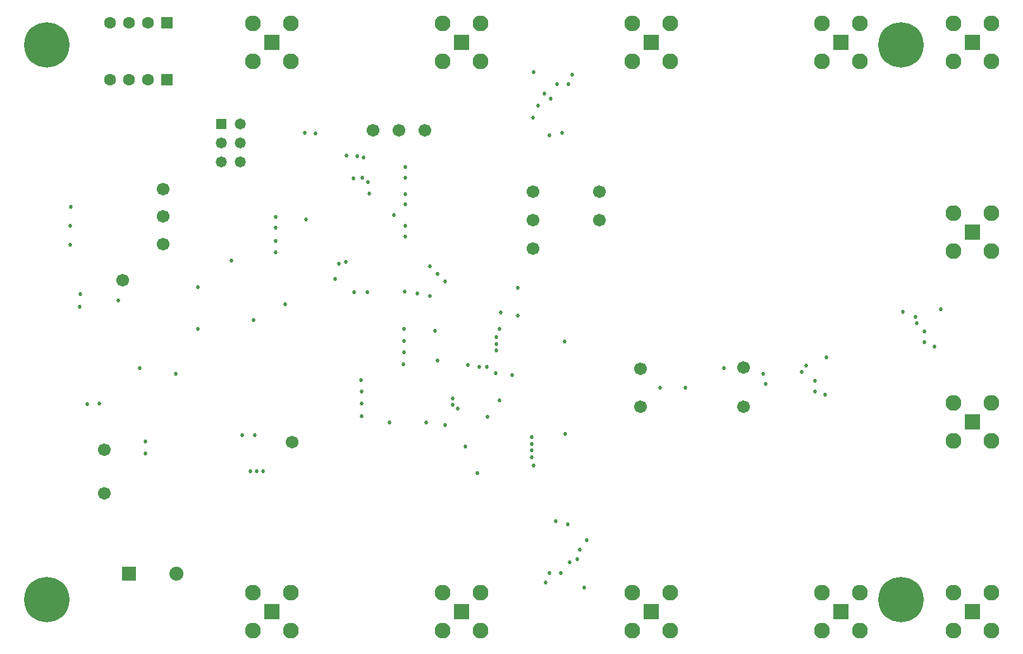
<source format=gbs>
G04*
G04 #@! TF.GenerationSoftware,Altium Limited,Altium Designer,23.2.1 (34)*
G04*
G04 Layer_Color=16711935*
%FSLAX25Y25*%
%MOIN*%
G70*
G04*
G04 #@! TF.SameCoordinates,DCD1C9D7-C552-47EB-8D17-ADC449AF66F1*
G04*
G04*
G04 #@! TF.FilePolarity,Negative*
G04*
G01*
G75*
%ADD61C,0.06699*%
%ADD62C,0.23921*%
%ADD63C,0.05803*%
%ADD64R,0.05803X0.05803*%
%ADD65R,0.08370X0.08370*%
%ADD66C,0.08370*%
%ADD67C,0.06299*%
%ADD68R,0.06299X0.06299*%
%ADD69C,0.07386*%
%ADD70R,0.07386X0.07386*%
%ADD71R,0.08370X0.08370*%
%ADD72C,0.02071*%
D61*
X405400Y267700D02*
D03*
X351000Y267800D02*
D03*
X405400Y288300D02*
D03*
X351200Y287700D02*
D03*
X294500Y381200D02*
D03*
Y351200D02*
D03*
X223750Y413400D02*
D03*
X329500Y366200D02*
D03*
X294500D02*
D03*
X329500Y381200D02*
D03*
X99500Y367950D02*
D03*
X68500Y245200D02*
D03*
Y222200D02*
D03*
X167547Y249146D02*
D03*
X77900Y334500D02*
D03*
X210000Y413400D02*
D03*
X237500D02*
D03*
X99500Y353400D02*
D03*
Y382500D02*
D03*
D62*
X488500Y458300D02*
D03*
X38200D02*
D03*
X488500Y166200D02*
D03*
X38200D02*
D03*
D63*
X140100Y406900D02*
D03*
Y396900D02*
D03*
X130100Y406900D02*
D03*
Y396900D02*
D03*
X140100Y416900D02*
D03*
D64*
X130100D02*
D03*
D65*
X356600Y159800D02*
D03*
X456600D02*
D03*
X156600D02*
D03*
X256600D02*
D03*
Y459800D02*
D03*
X156600D02*
D03*
X456600D02*
D03*
X356600D02*
D03*
D66*
X346600Y149800D02*
D03*
X366600D02*
D03*
Y169800D02*
D03*
X346600D02*
D03*
X446600Y149800D02*
D03*
X466600D02*
D03*
Y169800D02*
D03*
X446600D02*
D03*
X146600Y149800D02*
D03*
X166600D02*
D03*
Y169800D02*
D03*
X146600D02*
D03*
X246600Y149800D02*
D03*
X266600D02*
D03*
Y169800D02*
D03*
X246600D02*
D03*
X535900Y149800D02*
D03*
Y169800D02*
D03*
X515900D02*
D03*
Y149800D02*
D03*
X535900Y349800D02*
D03*
Y369800D02*
D03*
X515900D02*
D03*
Y349800D02*
D03*
X535900Y249800D02*
D03*
Y269800D02*
D03*
X515900D02*
D03*
Y249800D02*
D03*
X266600Y449800D02*
D03*
X246600D02*
D03*
Y469800D02*
D03*
X266600D02*
D03*
X166600Y449800D02*
D03*
X146600D02*
D03*
Y469800D02*
D03*
X166600D02*
D03*
X466600D02*
D03*
X446600D02*
D03*
Y449800D02*
D03*
X466600D02*
D03*
X366600Y469800D02*
D03*
X346600D02*
D03*
Y449800D02*
D03*
X366600D02*
D03*
X515900D02*
D03*
Y469800D02*
D03*
X535900D02*
D03*
Y449800D02*
D03*
D67*
X71500Y470200D02*
D03*
X81500D02*
D03*
X91500D02*
D03*
X71500Y440200D02*
D03*
X81500D02*
D03*
X91500D02*
D03*
D68*
X101500Y470200D02*
D03*
Y440200D02*
D03*
D69*
X106500Y179700D02*
D03*
D70*
X81500D02*
D03*
D71*
X525900Y159800D02*
D03*
Y359800D02*
D03*
Y259800D02*
D03*
Y459800D02*
D03*
D72*
X266152Y288759D02*
D03*
X270069Y288784D02*
D03*
X274700Y285300D02*
D03*
X260200Y289800D02*
D03*
X151900Y233700D02*
D03*
X276873Y270933D02*
D03*
X443000Y275900D02*
D03*
X500600Y301900D02*
D03*
X270400Y262400D02*
D03*
X174581Y366379D02*
D03*
X192100Y343000D02*
D03*
X220900Y368800D02*
D03*
X205108Y399100D02*
D03*
X204400Y388300D02*
D03*
X201700Y399600D02*
D03*
X199621Y387966D02*
D03*
X196111Y400074D02*
D03*
X306500Y207400D02*
D03*
X319000Y192400D02*
D03*
X322600Y197407D02*
D03*
X294400Y420200D02*
D03*
X296995Y426420D02*
D03*
X303220Y410713D02*
D03*
X416972Y279628D02*
D03*
X415800Y285100D02*
D03*
X489500Y317900D02*
D03*
X496698Y311807D02*
D03*
X506000Y299400D02*
D03*
X276600Y308700D02*
D03*
X294600Y236600D02*
D03*
X394905Y288000D02*
D03*
X311024Y301932D02*
D03*
X311500Y253500D02*
D03*
X361305Y277900D02*
D03*
X374805Y277800D02*
D03*
X283300Y284400D02*
D03*
X286500Y315800D02*
D03*
Y330300D02*
D03*
X254840Y266649D02*
D03*
X252000Y268900D02*
D03*
X275200Y297300D02*
D03*
Y300800D02*
D03*
Y304300D02*
D03*
X293682Y248190D02*
D03*
Y244690D02*
D03*
Y241190D02*
D03*
X148600Y233700D02*
D03*
X293682Y251690D02*
D03*
X59300Y269200D02*
D03*
X252000Y272100D02*
D03*
X204000Y262700D02*
D03*
X203900Y275600D02*
D03*
X204000Y269300D02*
D03*
X203800Y281800D02*
D03*
X218700Y259300D02*
D03*
X301100Y175200D02*
D03*
X321300Y172500D02*
D03*
X448500Y274100D02*
D03*
X449200Y293700D02*
D03*
X509400Y319200D02*
D03*
X315000Y442800D02*
D03*
X294700Y444200D02*
D03*
X50600Y373000D02*
D03*
X50500Y363200D02*
D03*
Y353200D02*
D03*
X309700Y412000D02*
D03*
X312700Y205800D02*
D03*
X179800Y411700D02*
D03*
X174200Y412000D02*
D03*
X158700Y367600D02*
D03*
X158600Y362000D02*
D03*
X158700Y355000D02*
D03*
Y349200D02*
D03*
X200200Y328100D02*
D03*
X206900D02*
D03*
X226900Y394000D02*
D03*
Y388500D02*
D03*
X227200Y374500D02*
D03*
Y379900D02*
D03*
Y357300D02*
D03*
X226900Y363000D02*
D03*
X248000Y258000D02*
D03*
X307200Y437700D02*
D03*
X313000Y437800D02*
D03*
X500600Y307300D02*
D03*
X443000Y281400D02*
D03*
X309000Y180100D02*
D03*
X303200Y180000D02*
D03*
X265200Y232800D02*
D03*
X277500Y317300D02*
D03*
X226400Y308700D02*
D03*
Y302500D02*
D03*
X226300Y296300D02*
D03*
X226200Y290200D02*
D03*
X238000Y259400D02*
D03*
X258600Y246800D02*
D03*
X190200Y335000D02*
D03*
X163800Y321700D02*
D03*
X146900Y313400D02*
D03*
X117600Y330800D02*
D03*
Y308900D02*
D03*
X55400Y320300D02*
D03*
X90100Y249400D02*
D03*
X145300Y233700D02*
D03*
X147700Y252800D02*
D03*
X141100Y252900D02*
D03*
X65700Y269300D02*
D03*
X242800Y307600D02*
D03*
X243900Y292000D02*
D03*
X208200Y380000D02*
D03*
X317800Y187400D02*
D03*
X195700Y344000D02*
D03*
X313700Y185700D02*
D03*
X436101Y286144D02*
D03*
X438500Y289300D02*
D03*
X207400Y386200D02*
D03*
X496100Y315200D02*
D03*
X300300Y432800D02*
D03*
X303800Y430100D02*
D03*
X248000Y333900D02*
D03*
X239950Y326150D02*
D03*
X243900Y337800D02*
D03*
X233450Y327250D02*
D03*
X240200Y341700D02*
D03*
X226800Y328400D02*
D03*
X135400Y344600D02*
D03*
X87200Y288100D02*
D03*
X106000Y285000D02*
D03*
X55700Y327000D02*
D03*
X75562Y323762D02*
D03*
X90100Y243000D02*
D03*
M02*

</source>
